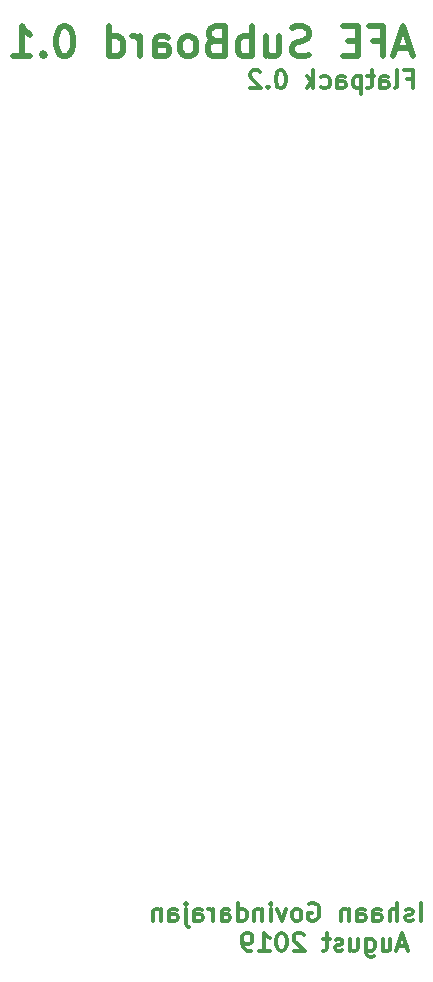
<source format=gbr>
G04 #@! TF.GenerationSoftware,KiCad,Pcbnew,(5.1.2)-2*
G04 #@! TF.CreationDate,2019-08-30T16:42:13-04:00*
G04 #@! TF.ProjectId,AFE SubBoard 0-2,41464520-5375-4624-926f-61726420302d,rev?*
G04 #@! TF.SameCoordinates,Original*
G04 #@! TF.FileFunction,Legend,Bot*
G04 #@! TF.FilePolarity,Positive*
%FSLAX46Y46*%
G04 Gerber Fmt 4.6, Leading zero omitted, Abs format (unit mm)*
G04 Created by KiCad (PCBNEW (5.1.2)-2) date 2019-08-30 16:42:13*
%MOMM*%
%LPD*%
G04 APERTURE LIST*
%ADD10C,0.304800*%
%ADD11C,0.508000*%
G04 APERTURE END LIST*
D10*
X170161857Y-85979000D02*
X169436142Y-85979000D01*
X170307000Y-86414428D02*
X169799000Y-84890428D01*
X169291000Y-86414428D01*
X168129857Y-85398428D02*
X168129857Y-86414428D01*
X168783000Y-85398428D02*
X168783000Y-86196714D01*
X168710428Y-86341857D01*
X168565285Y-86414428D01*
X168347571Y-86414428D01*
X168202428Y-86341857D01*
X168129857Y-86269285D01*
X166751000Y-85398428D02*
X166751000Y-86632142D01*
X166823571Y-86777285D01*
X166896142Y-86849857D01*
X167041285Y-86922428D01*
X167259000Y-86922428D01*
X167404142Y-86849857D01*
X166751000Y-86341857D02*
X166896142Y-86414428D01*
X167186428Y-86414428D01*
X167331571Y-86341857D01*
X167404142Y-86269285D01*
X167476714Y-86124142D01*
X167476714Y-85688714D01*
X167404142Y-85543571D01*
X167331571Y-85471000D01*
X167186428Y-85398428D01*
X166896142Y-85398428D01*
X166751000Y-85471000D01*
X165372142Y-85398428D02*
X165372142Y-86414428D01*
X166025285Y-85398428D02*
X166025285Y-86196714D01*
X165952714Y-86341857D01*
X165807571Y-86414428D01*
X165589857Y-86414428D01*
X165444714Y-86341857D01*
X165372142Y-86269285D01*
X164719000Y-86341857D02*
X164573857Y-86414428D01*
X164283571Y-86414428D01*
X164138428Y-86341857D01*
X164065857Y-86196714D01*
X164065857Y-86124142D01*
X164138428Y-85979000D01*
X164283571Y-85906428D01*
X164501285Y-85906428D01*
X164646428Y-85833857D01*
X164719000Y-85688714D01*
X164719000Y-85616142D01*
X164646428Y-85471000D01*
X164501285Y-85398428D01*
X164283571Y-85398428D01*
X164138428Y-85471000D01*
X163630428Y-85398428D02*
X163049857Y-85398428D01*
X163412714Y-84890428D02*
X163412714Y-86196714D01*
X163340142Y-86341857D01*
X163195000Y-86414428D01*
X163049857Y-86414428D01*
X161453285Y-85035571D02*
X161380714Y-84963000D01*
X161235571Y-84890428D01*
X160872714Y-84890428D01*
X160727571Y-84963000D01*
X160655000Y-85035571D01*
X160582428Y-85180714D01*
X160582428Y-85325857D01*
X160655000Y-85543571D01*
X161525857Y-86414428D01*
X160582428Y-86414428D01*
X159639000Y-84890428D02*
X159493857Y-84890428D01*
X159348714Y-84963000D01*
X159276142Y-85035571D01*
X159203571Y-85180714D01*
X159131000Y-85471000D01*
X159131000Y-85833857D01*
X159203571Y-86124142D01*
X159276142Y-86269285D01*
X159348714Y-86341857D01*
X159493857Y-86414428D01*
X159639000Y-86414428D01*
X159784142Y-86341857D01*
X159856714Y-86269285D01*
X159929285Y-86124142D01*
X160001857Y-85833857D01*
X160001857Y-85471000D01*
X159929285Y-85180714D01*
X159856714Y-85035571D01*
X159784142Y-84963000D01*
X159639000Y-84890428D01*
X157679571Y-86414428D02*
X158550428Y-86414428D01*
X158115000Y-86414428D02*
X158115000Y-84890428D01*
X158260142Y-85108142D01*
X158405285Y-85253285D01*
X158550428Y-85325857D01*
X156953857Y-86414428D02*
X156663571Y-86414428D01*
X156518428Y-86341857D01*
X156445857Y-86269285D01*
X156300714Y-86051571D01*
X156228142Y-85761285D01*
X156228142Y-85180714D01*
X156300714Y-85035571D01*
X156373285Y-84963000D01*
X156518428Y-84890428D01*
X156808714Y-84890428D01*
X156953857Y-84963000D01*
X157026428Y-85035571D01*
X157099000Y-85180714D01*
X157099000Y-85543571D01*
X157026428Y-85688714D01*
X156953857Y-85761285D01*
X156808714Y-85833857D01*
X156518428Y-85833857D01*
X156373285Y-85761285D01*
X156300714Y-85688714D01*
X156228142Y-85543571D01*
X171341142Y-83874428D02*
X171341142Y-82350428D01*
X170688000Y-83801857D02*
X170542857Y-83874428D01*
X170252571Y-83874428D01*
X170107428Y-83801857D01*
X170034857Y-83656714D01*
X170034857Y-83584142D01*
X170107428Y-83439000D01*
X170252571Y-83366428D01*
X170470285Y-83366428D01*
X170615428Y-83293857D01*
X170688000Y-83148714D01*
X170688000Y-83076142D01*
X170615428Y-82931000D01*
X170470285Y-82858428D01*
X170252571Y-82858428D01*
X170107428Y-82931000D01*
X169381714Y-83874428D02*
X169381714Y-82350428D01*
X168728571Y-83874428D02*
X168728571Y-83076142D01*
X168801142Y-82931000D01*
X168946285Y-82858428D01*
X169164000Y-82858428D01*
X169309142Y-82931000D01*
X169381714Y-83003571D01*
X167349714Y-83874428D02*
X167349714Y-83076142D01*
X167422285Y-82931000D01*
X167567428Y-82858428D01*
X167857714Y-82858428D01*
X168002857Y-82931000D01*
X167349714Y-83801857D02*
X167494857Y-83874428D01*
X167857714Y-83874428D01*
X168002857Y-83801857D01*
X168075428Y-83656714D01*
X168075428Y-83511571D01*
X168002857Y-83366428D01*
X167857714Y-83293857D01*
X167494857Y-83293857D01*
X167349714Y-83221285D01*
X165970857Y-83874428D02*
X165970857Y-83076142D01*
X166043428Y-82931000D01*
X166188571Y-82858428D01*
X166478857Y-82858428D01*
X166624000Y-82931000D01*
X165970857Y-83801857D02*
X166116000Y-83874428D01*
X166478857Y-83874428D01*
X166624000Y-83801857D01*
X166696571Y-83656714D01*
X166696571Y-83511571D01*
X166624000Y-83366428D01*
X166478857Y-83293857D01*
X166116000Y-83293857D01*
X165970857Y-83221285D01*
X165245142Y-82858428D02*
X165245142Y-83874428D01*
X165245142Y-83003571D02*
X165172571Y-82931000D01*
X165027428Y-82858428D01*
X164809714Y-82858428D01*
X164664571Y-82931000D01*
X164592000Y-83076142D01*
X164592000Y-83874428D01*
X161906857Y-82423000D02*
X162052000Y-82350428D01*
X162269714Y-82350428D01*
X162487428Y-82423000D01*
X162632571Y-82568142D01*
X162705142Y-82713285D01*
X162777714Y-83003571D01*
X162777714Y-83221285D01*
X162705142Y-83511571D01*
X162632571Y-83656714D01*
X162487428Y-83801857D01*
X162269714Y-83874428D01*
X162124571Y-83874428D01*
X161906857Y-83801857D01*
X161834285Y-83729285D01*
X161834285Y-83221285D01*
X162124571Y-83221285D01*
X160963428Y-83874428D02*
X161108571Y-83801857D01*
X161181142Y-83729285D01*
X161253714Y-83584142D01*
X161253714Y-83148714D01*
X161181142Y-83003571D01*
X161108571Y-82931000D01*
X160963428Y-82858428D01*
X160745714Y-82858428D01*
X160600571Y-82931000D01*
X160528000Y-83003571D01*
X160455428Y-83148714D01*
X160455428Y-83584142D01*
X160528000Y-83729285D01*
X160600571Y-83801857D01*
X160745714Y-83874428D01*
X160963428Y-83874428D01*
X159947428Y-82858428D02*
X159584571Y-83874428D01*
X159221714Y-82858428D01*
X158641142Y-83874428D02*
X158641142Y-82858428D01*
X158641142Y-82350428D02*
X158713714Y-82423000D01*
X158641142Y-82495571D01*
X158568571Y-82423000D01*
X158641142Y-82350428D01*
X158641142Y-82495571D01*
X157915428Y-82858428D02*
X157915428Y-83874428D01*
X157915428Y-83003571D02*
X157842857Y-82931000D01*
X157697714Y-82858428D01*
X157480000Y-82858428D01*
X157334857Y-82931000D01*
X157262285Y-83076142D01*
X157262285Y-83874428D01*
X155883428Y-83874428D02*
X155883428Y-82350428D01*
X155883428Y-83801857D02*
X156028571Y-83874428D01*
X156318857Y-83874428D01*
X156464000Y-83801857D01*
X156536571Y-83729285D01*
X156609142Y-83584142D01*
X156609142Y-83148714D01*
X156536571Y-83003571D01*
X156464000Y-82931000D01*
X156318857Y-82858428D01*
X156028571Y-82858428D01*
X155883428Y-82931000D01*
X154504571Y-83874428D02*
X154504571Y-83076142D01*
X154577142Y-82931000D01*
X154722285Y-82858428D01*
X155012571Y-82858428D01*
X155157714Y-82931000D01*
X154504571Y-83801857D02*
X154649714Y-83874428D01*
X155012571Y-83874428D01*
X155157714Y-83801857D01*
X155230285Y-83656714D01*
X155230285Y-83511571D01*
X155157714Y-83366428D01*
X155012571Y-83293857D01*
X154649714Y-83293857D01*
X154504571Y-83221285D01*
X153778857Y-83874428D02*
X153778857Y-82858428D01*
X153778857Y-83148714D02*
X153706285Y-83003571D01*
X153633714Y-82931000D01*
X153488571Y-82858428D01*
X153343428Y-82858428D01*
X152182285Y-83874428D02*
X152182285Y-83076142D01*
X152254857Y-82931000D01*
X152400000Y-82858428D01*
X152690285Y-82858428D01*
X152835428Y-82931000D01*
X152182285Y-83801857D02*
X152327428Y-83874428D01*
X152690285Y-83874428D01*
X152835428Y-83801857D01*
X152908000Y-83656714D01*
X152908000Y-83511571D01*
X152835428Y-83366428D01*
X152690285Y-83293857D01*
X152327428Y-83293857D01*
X152182285Y-83221285D01*
X151456571Y-82858428D02*
X151456571Y-84164714D01*
X151529142Y-84309857D01*
X151674285Y-84382428D01*
X151746857Y-84382428D01*
X151456571Y-82350428D02*
X151529142Y-82423000D01*
X151456571Y-82495571D01*
X151384000Y-82423000D01*
X151456571Y-82350428D01*
X151456571Y-82495571D01*
X150077714Y-83874428D02*
X150077714Y-83076142D01*
X150150285Y-82931000D01*
X150295428Y-82858428D01*
X150585714Y-82858428D01*
X150730857Y-82931000D01*
X150077714Y-83801857D02*
X150222857Y-83874428D01*
X150585714Y-83874428D01*
X150730857Y-83801857D01*
X150803428Y-83656714D01*
X150803428Y-83511571D01*
X150730857Y-83366428D01*
X150585714Y-83293857D01*
X150222857Y-83293857D01*
X150077714Y-83221285D01*
X149352000Y-82858428D02*
X149352000Y-83874428D01*
X149352000Y-83003571D02*
X149279428Y-82931000D01*
X149134285Y-82858428D01*
X148916571Y-82858428D01*
X148771428Y-82931000D01*
X148698857Y-83076142D01*
X148698857Y-83874428D01*
X170180000Y-12591142D02*
X170688000Y-12591142D01*
X170688000Y-13389428D02*
X170688000Y-11865428D01*
X169962285Y-11865428D01*
X169164000Y-13389428D02*
X169309142Y-13316857D01*
X169381714Y-13171714D01*
X169381714Y-11865428D01*
X167930285Y-13389428D02*
X167930285Y-12591142D01*
X168002857Y-12446000D01*
X168148000Y-12373428D01*
X168438285Y-12373428D01*
X168583428Y-12446000D01*
X167930285Y-13316857D02*
X168075428Y-13389428D01*
X168438285Y-13389428D01*
X168583428Y-13316857D01*
X168656000Y-13171714D01*
X168656000Y-13026571D01*
X168583428Y-12881428D01*
X168438285Y-12808857D01*
X168075428Y-12808857D01*
X167930285Y-12736285D01*
X167422285Y-12373428D02*
X166841714Y-12373428D01*
X167204571Y-11865428D02*
X167204571Y-13171714D01*
X167132000Y-13316857D01*
X166986857Y-13389428D01*
X166841714Y-13389428D01*
X166333714Y-12373428D02*
X166333714Y-13897428D01*
X166333714Y-12446000D02*
X166188571Y-12373428D01*
X165898285Y-12373428D01*
X165753142Y-12446000D01*
X165680571Y-12518571D01*
X165608000Y-12663714D01*
X165608000Y-13099142D01*
X165680571Y-13244285D01*
X165753142Y-13316857D01*
X165898285Y-13389428D01*
X166188571Y-13389428D01*
X166333714Y-13316857D01*
X164301714Y-13389428D02*
X164301714Y-12591142D01*
X164374285Y-12446000D01*
X164519428Y-12373428D01*
X164809714Y-12373428D01*
X164954857Y-12446000D01*
X164301714Y-13316857D02*
X164446857Y-13389428D01*
X164809714Y-13389428D01*
X164954857Y-13316857D01*
X165027428Y-13171714D01*
X165027428Y-13026571D01*
X164954857Y-12881428D01*
X164809714Y-12808857D01*
X164446857Y-12808857D01*
X164301714Y-12736285D01*
X162922857Y-13316857D02*
X163068000Y-13389428D01*
X163358285Y-13389428D01*
X163503428Y-13316857D01*
X163576000Y-13244285D01*
X163648571Y-13099142D01*
X163648571Y-12663714D01*
X163576000Y-12518571D01*
X163503428Y-12446000D01*
X163358285Y-12373428D01*
X163068000Y-12373428D01*
X162922857Y-12446000D01*
X162269714Y-13389428D02*
X162269714Y-11865428D01*
X162124571Y-12808857D02*
X161689142Y-13389428D01*
X161689142Y-12373428D02*
X162269714Y-12954000D01*
X159584571Y-11865428D02*
X159439428Y-11865428D01*
X159294285Y-11938000D01*
X159221714Y-12010571D01*
X159149142Y-12155714D01*
X159076571Y-12446000D01*
X159076571Y-12808857D01*
X159149142Y-13099142D01*
X159221714Y-13244285D01*
X159294285Y-13316857D01*
X159439428Y-13389428D01*
X159584571Y-13389428D01*
X159729714Y-13316857D01*
X159802285Y-13244285D01*
X159874857Y-13099142D01*
X159947428Y-12808857D01*
X159947428Y-12446000D01*
X159874857Y-12155714D01*
X159802285Y-12010571D01*
X159729714Y-11938000D01*
X159584571Y-11865428D01*
X158423428Y-13244285D02*
X158350857Y-13316857D01*
X158423428Y-13389428D01*
X158496000Y-13316857D01*
X158423428Y-13244285D01*
X158423428Y-13389428D01*
X157770285Y-12010571D02*
X157697714Y-11938000D01*
X157552571Y-11865428D01*
X157189714Y-11865428D01*
X157044571Y-11938000D01*
X156972000Y-12010571D01*
X156899428Y-12155714D01*
X156899428Y-12300857D01*
X156972000Y-12518571D01*
X157842857Y-13389428D01*
X156899428Y-13389428D01*
D11*
X170482380Y-9948333D02*
X169272857Y-9948333D01*
X170724285Y-10674047D02*
X169877619Y-8134047D01*
X169030952Y-10674047D01*
X167337619Y-9343571D02*
X168184285Y-9343571D01*
X168184285Y-10674047D02*
X168184285Y-8134047D01*
X166974761Y-8134047D01*
X166007142Y-9343571D02*
X165160476Y-9343571D01*
X164797619Y-10674047D02*
X166007142Y-10674047D01*
X166007142Y-8134047D01*
X164797619Y-8134047D01*
X161894761Y-10553095D02*
X161531904Y-10674047D01*
X160927142Y-10674047D01*
X160685238Y-10553095D01*
X160564285Y-10432142D01*
X160443333Y-10190238D01*
X160443333Y-9948333D01*
X160564285Y-9706428D01*
X160685238Y-9585476D01*
X160927142Y-9464523D01*
X161410952Y-9343571D01*
X161652857Y-9222619D01*
X161773809Y-9101666D01*
X161894761Y-8859761D01*
X161894761Y-8617857D01*
X161773809Y-8375952D01*
X161652857Y-8255000D01*
X161410952Y-8134047D01*
X160806190Y-8134047D01*
X160443333Y-8255000D01*
X158266190Y-8980714D02*
X158266190Y-10674047D01*
X159354761Y-8980714D02*
X159354761Y-10311190D01*
X159233809Y-10553095D01*
X158991904Y-10674047D01*
X158629047Y-10674047D01*
X158387142Y-10553095D01*
X158266190Y-10432142D01*
X157056666Y-10674047D02*
X157056666Y-8134047D01*
X157056666Y-9101666D02*
X156814761Y-8980714D01*
X156330952Y-8980714D01*
X156089047Y-9101666D01*
X155968095Y-9222619D01*
X155847142Y-9464523D01*
X155847142Y-10190238D01*
X155968095Y-10432142D01*
X156089047Y-10553095D01*
X156330952Y-10674047D01*
X156814761Y-10674047D01*
X157056666Y-10553095D01*
X153911904Y-9343571D02*
X153549047Y-9464523D01*
X153428095Y-9585476D01*
X153307142Y-9827380D01*
X153307142Y-10190238D01*
X153428095Y-10432142D01*
X153549047Y-10553095D01*
X153790952Y-10674047D01*
X154758571Y-10674047D01*
X154758571Y-8134047D01*
X153911904Y-8134047D01*
X153670000Y-8255000D01*
X153549047Y-8375952D01*
X153428095Y-8617857D01*
X153428095Y-8859761D01*
X153549047Y-9101666D01*
X153670000Y-9222619D01*
X153911904Y-9343571D01*
X154758571Y-9343571D01*
X151855714Y-10674047D02*
X152097619Y-10553095D01*
X152218571Y-10432142D01*
X152339523Y-10190238D01*
X152339523Y-9464523D01*
X152218571Y-9222619D01*
X152097619Y-9101666D01*
X151855714Y-8980714D01*
X151492857Y-8980714D01*
X151250952Y-9101666D01*
X151130000Y-9222619D01*
X151009047Y-9464523D01*
X151009047Y-10190238D01*
X151130000Y-10432142D01*
X151250952Y-10553095D01*
X151492857Y-10674047D01*
X151855714Y-10674047D01*
X148831904Y-10674047D02*
X148831904Y-9343571D01*
X148952857Y-9101666D01*
X149194761Y-8980714D01*
X149678571Y-8980714D01*
X149920476Y-9101666D01*
X148831904Y-10553095D02*
X149073809Y-10674047D01*
X149678571Y-10674047D01*
X149920476Y-10553095D01*
X150041428Y-10311190D01*
X150041428Y-10069285D01*
X149920476Y-9827380D01*
X149678571Y-9706428D01*
X149073809Y-9706428D01*
X148831904Y-9585476D01*
X147622380Y-10674047D02*
X147622380Y-8980714D01*
X147622380Y-9464523D02*
X147501428Y-9222619D01*
X147380476Y-9101666D01*
X147138571Y-8980714D01*
X146896666Y-8980714D01*
X144961428Y-10674047D02*
X144961428Y-8134047D01*
X144961428Y-10553095D02*
X145203333Y-10674047D01*
X145687142Y-10674047D01*
X145929047Y-10553095D01*
X146050000Y-10432142D01*
X146170952Y-10190238D01*
X146170952Y-9464523D01*
X146050000Y-9222619D01*
X145929047Y-9101666D01*
X145687142Y-8980714D01*
X145203333Y-8980714D01*
X144961428Y-9101666D01*
X141332857Y-8134047D02*
X141090952Y-8134047D01*
X140849047Y-8255000D01*
X140728095Y-8375952D01*
X140607142Y-8617857D01*
X140486190Y-9101666D01*
X140486190Y-9706428D01*
X140607142Y-10190238D01*
X140728095Y-10432142D01*
X140849047Y-10553095D01*
X141090952Y-10674047D01*
X141332857Y-10674047D01*
X141574761Y-10553095D01*
X141695714Y-10432142D01*
X141816666Y-10190238D01*
X141937619Y-9706428D01*
X141937619Y-9101666D01*
X141816666Y-8617857D01*
X141695714Y-8375952D01*
X141574761Y-8255000D01*
X141332857Y-8134047D01*
X139397619Y-10432142D02*
X139276666Y-10553095D01*
X139397619Y-10674047D01*
X139518571Y-10553095D01*
X139397619Y-10432142D01*
X139397619Y-10674047D01*
X136857619Y-10674047D02*
X138309047Y-10674047D01*
X137583333Y-10674047D02*
X137583333Y-8134047D01*
X137825238Y-8496904D01*
X138067142Y-8738809D01*
X138309047Y-8859761D01*
M02*

</source>
